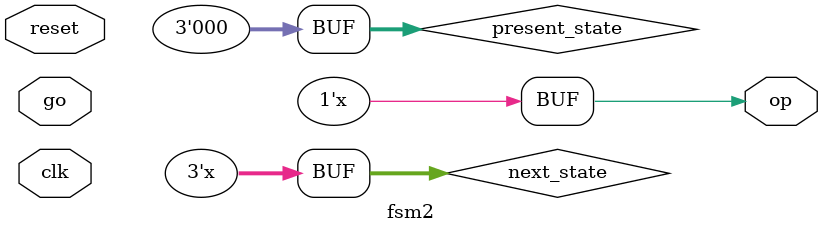
<source format=v>
module fsm2(
input reset,go,clk,
output reg op
);

localparam A=3'b000;
localparam B=3'b001;
localparam C=3'b010;
localparam D=3'b011;
localparam E=3'b100;
localparam F=3'b101;
localparam G=3'b110;
localparam H=3'b111;

reg [2:0] next_state,present_state;

always@(posedge clk)
begin
if(reset)
present_state<=0;
else
present_state<=next_state;
end

always@*
begin
case(present_state)
A:
  begin
	if(go)
	 begin
	 next_state=B;
	 op=1'b1;
	 end
 	else
	 begin
	 next_state=A;
	 op=1'b0;
	 end
 end
B:
  begin
	if(go)
	 begin
	 next_state=B;
	 op=1'b0;
	 end
 	else
	 begin
	 next_state=C;
	 op=1'b0;
	 end
 end
C:
    begin
	if(go)
	 begin
	 next_state=D;
	 op=1'b0;
	 end
 	else
	 begin
	 next_state=A;
	 op=1'b0;
	 end
 end
D:
    begin
	if(go)
	 begin
	 next_state=E;
	 op=1'b0;
	 end
 	else
	 begin
	 next_state=C;
	 op=1'b0;
	 end
    end

E:
    begin
	if(go)
	 begin
	 next_state=B;
	 op=1'b0;
	 end
 	else
	 begin
	 next_state=F;
	 op=1'b0;
	 end
    end
F:
    begin
	if(go)
	 begin
	 next_state=G;
	 op=1'b0;
	 end
 	else
	 begin
	 next_state=A;
	 op=1'b0;
	 end
    end
G:
    begin
	if(go)
	 begin
	 next_state=E;
	 op=1'b0;
	 end
 	else
	 begin
	 next_state=H;
	 op=1'b0;
	 end
    end
H:
    begin
	if(go)
	 begin
	 next_state=D;
	 op=1'b1;
	 end
 	else
	 begin
	 next_state=A;
	 op=1'b0;
	 end
    end
default:
begin 
next_state=present_state;
present_state=A;
end
endcase
end

endmodule

</source>
